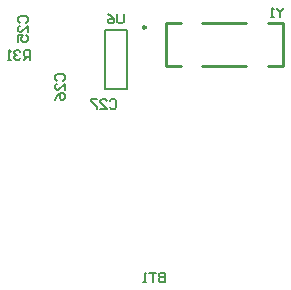
<source format=gbo>
G04*
G04 #@! TF.GenerationSoftware,Altium Limited,Altium Designer,18.1.9 (240)*
G04*
G04 Layer_Color=32896*
%FSLAX25Y25*%
%MOIN*%
G70*
G01*
G75*
%ADD10C,0.01000*%
%ADD11C,0.00984*%
%ADD13C,0.00591*%
%ADD14C,0.00787*%
D10*
X235988Y188795D02*
X240988D01*
X235988Y174295D02*
X240988D01*
X235988D02*
Y188795D01*
X247988D02*
X262488D01*
X247988Y174295D02*
X262488D01*
X274988D02*
Y188795D01*
X269988D02*
X274988D01*
X269988Y174295D02*
X274988D01*
D11*
X229209Y187343D02*
G03*
X229209Y187343I-492J0D01*
G01*
D13*
X274988Y193852D02*
Y193327D01*
X273939Y192278D01*
X272889Y193327D01*
Y193852D01*
X273939Y192278D02*
Y190704D01*
X271840D02*
X270790D01*
X271315D01*
Y193852D01*
X271840Y193327D01*
X221812Y191752D02*
Y189128D01*
X221287Y188604D01*
X220238D01*
X219713Y189128D01*
Y191752D01*
X216564D02*
X217614Y191227D01*
X218664Y190178D01*
Y189128D01*
X218139Y188604D01*
X217089D01*
X216564Y189128D01*
Y189653D01*
X217089Y190178D01*
X218664D01*
X190551Y176520D02*
Y179668D01*
X188977D01*
X188452Y179144D01*
Y178094D01*
X188977Y177569D01*
X190551D01*
X189502D02*
X188452Y176520D01*
X187403Y179144D02*
X186878Y179668D01*
X185828D01*
X185303Y179144D01*
Y178619D01*
X185828Y178094D01*
X186353D01*
X185828D01*
X185303Y177569D01*
Y177044D01*
X185828Y176520D01*
X186878D01*
X187403Y177044D01*
X184254Y176520D02*
X183204D01*
X183729D01*
Y179668D01*
X184254Y179144D01*
X217192Y162860D02*
X217717Y163385D01*
X218767D01*
X219291Y162860D01*
Y160761D01*
X218767Y160236D01*
X217717D01*
X217192Y160761D01*
X214044Y160236D02*
X216143D01*
X214044Y162335D01*
Y162860D01*
X214568Y163385D01*
X215618D01*
X216143Y162860D01*
X212994Y163385D02*
X210895D01*
Y162860D01*
X212994Y160761D01*
Y160236D01*
X199487Y169554D02*
X198963Y170079D01*
Y171129D01*
X199487Y171653D01*
X201587D01*
X202111Y171129D01*
Y170079D01*
X201587Y169554D01*
X202111Y166406D02*
Y168505D01*
X200012Y166406D01*
X199487D01*
X198963Y166931D01*
Y167980D01*
X199487Y168505D01*
X198963Y163257D02*
X199487Y164307D01*
X200537Y165356D01*
X201587D01*
X202111Y164832D01*
Y163782D01*
X201587Y163257D01*
X201062D01*
X200537Y163782D01*
Y165356D01*
X187140Y188846D02*
X186615Y189371D01*
Y190420D01*
X187140Y190945D01*
X189239D01*
X189764Y190420D01*
Y189371D01*
X189239Y188846D01*
X189764Y185697D02*
Y187796D01*
X187665Y185697D01*
X187140D01*
X186615Y186222D01*
Y187271D01*
X187140Y187796D01*
X186615Y182549D02*
Y184648D01*
X188189D01*
X187665Y183598D01*
Y183073D01*
X188189Y182549D01*
X189239D01*
X189764Y183073D01*
Y184123D01*
X189239Y184648D01*
X235665Y105511D02*
Y102362D01*
X234091D01*
X233566Y102887D01*
Y103412D01*
X234091Y103937D01*
X235665D01*
X234091D01*
X233566Y104461D01*
Y104986D01*
X234091Y105511D01*
X235665D01*
X232517D02*
X230418D01*
X231467D01*
Y102362D01*
X229368D02*
X228319D01*
X228843D01*
Y105511D01*
X229368Y104986D01*
D14*
X215724Y166654D02*
X222811D01*
X215724Y186339D02*
X222811D01*
X215724Y166654D02*
Y186339D01*
X222811Y166654D02*
Y186339D01*
M02*

</source>
